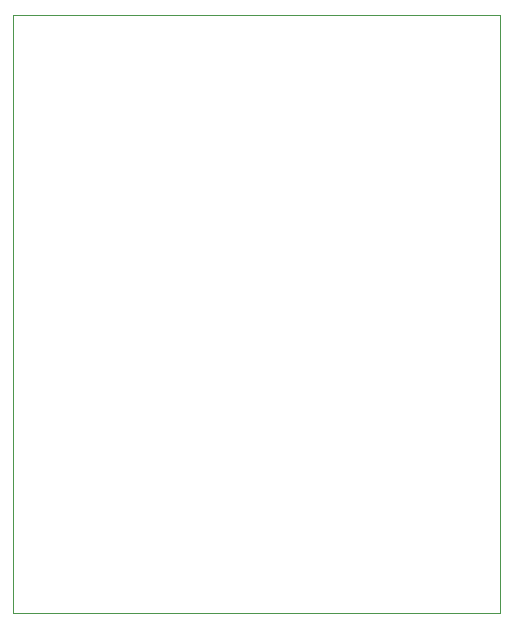
<source format=gm1>
G04 #@! TF.GenerationSoftware,KiCad,Pcbnew,7.0.11-2.fc39*
G04 #@! TF.CreationDate,2024-06-02T00:51:06+02:00*
G04 #@! TF.ProjectId,two_relays_extension,74776f5f-7265-46c6-9179-735f65787465,rev?*
G04 #@! TF.SameCoordinates,Original*
G04 #@! TF.FileFunction,Profile,NP*
%FSLAX46Y46*%
G04 Gerber Fmt 4.6, Leading zero omitted, Abs format (unit mm)*
G04 Created by KiCad (PCBNEW 7.0.11-2.fc39) date 2024-06-02 00:51:06*
%MOMM*%
%LPD*%
G01*
G04 APERTURE LIST*
G04 #@! TA.AperFunction,Profile*
%ADD10C,0.100000*%
G04 #@! TD*
G04 APERTURE END LIST*
D10*
X126746000Y-57785000D02*
X168021000Y-57785000D01*
X168021000Y-108458000D01*
X126746000Y-108458000D01*
X126746000Y-57785000D01*
M02*

</source>
